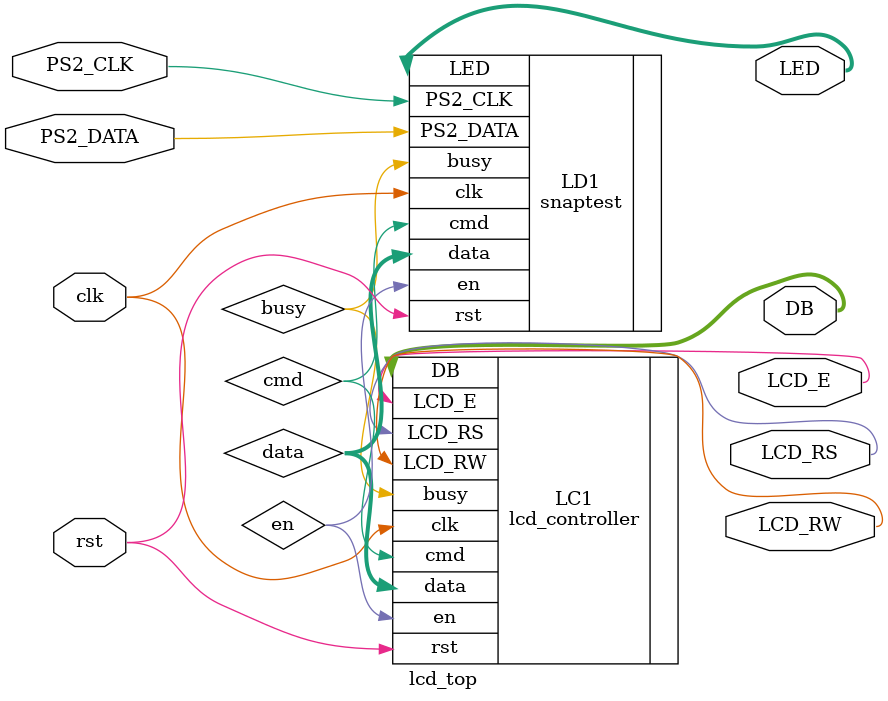
<source format=v>
`timescale 1ns / 1ps
module lcd_top(
  input clk,
  input rst,
  input PS2_CLK,
  input PS2_DATA,
  output [7:4] DB,
  output LCD_E,
  output LCD_RS,
  output LCD_RW,
  output [7:0] LED
  );

  wire busy;
  wire cmd;
  wire en;
  wire [7:0] data;

  snaptest LD1 (
    .clk(clk),
    .rst(rst),
    .busy(busy),
	 .PS2_CLK(PS2_CLK),
	 .PS2_DATA(PS2_DATA),
    .cmd(cmd),
    .en(en),
    .data(data),
	 .LED(LED)
    );

  lcd_controller LC1 (
    .clk(clk),
    .rst(rst),
    .en(en),
    .cmd(cmd),
    .data(data),
    .DB(DB),
    .LCD_E(LCD_E),
    .LCD_RS(LCD_RS),
    .LCD_RW(LCD_RW),
    .busy(busy)
    );


endmodule
</source>
